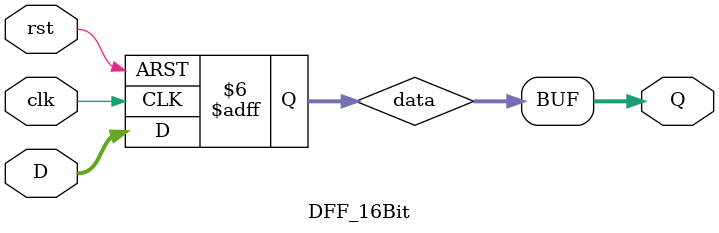
<source format=sv>
module fft #(
    parameter D_WIDTH = 64,
    parameter LOG_2_WIDTH = 6
) (
    input [((16 * D_WIDTH) - 1) : 0] input_sig,
    input clk, rst,
    output [((16 * D_WIDTH) - 1) : 0] output_sig
);
    wire [((16 * D_WIDTH) - 1) : 0] seperated_sig;


    generate
    for (genvar i = 0; i < D_WIDTH; i++) begin : gen_dff_instances
        reg [LOG_2_WIDTH-1:0] ii;
        reg [LOG_2_WIDTH-1:0] x;

        initial begin
            x = i;
            ii = 0;
            for (int j = 0; j < LOG_2_WIDTH; j++) begin
                ii <<= 1;
                ii |= (x & 1);
                x >>= 1;
            end
        end

        DFF_16Bit dff_instance (
            .D(input_sig[(16*i + 15) -: 16]),
            .clk(clk),
            .rst(rst),
            .Q(seperated_sig[(16*i + 15) -: 16])
        );
    end
    assign output_sig = seperated_sig;
endgenerate


endmodule


module DFF_16Bit (
  input wire [15:0] D, 
  input wire clk, rst,
  output wire [15:0] Q
);
  logic [15:0] data;
  
  always_ff @(negedge clk or negedge rst) begin
    if (~rst) begin
      data <= 16'b0;
      // Qn <= 16'b1111111111111111;
    end else begin
      data <= D;
    end
  end

  assign Q = data;
endmodule
</source>
